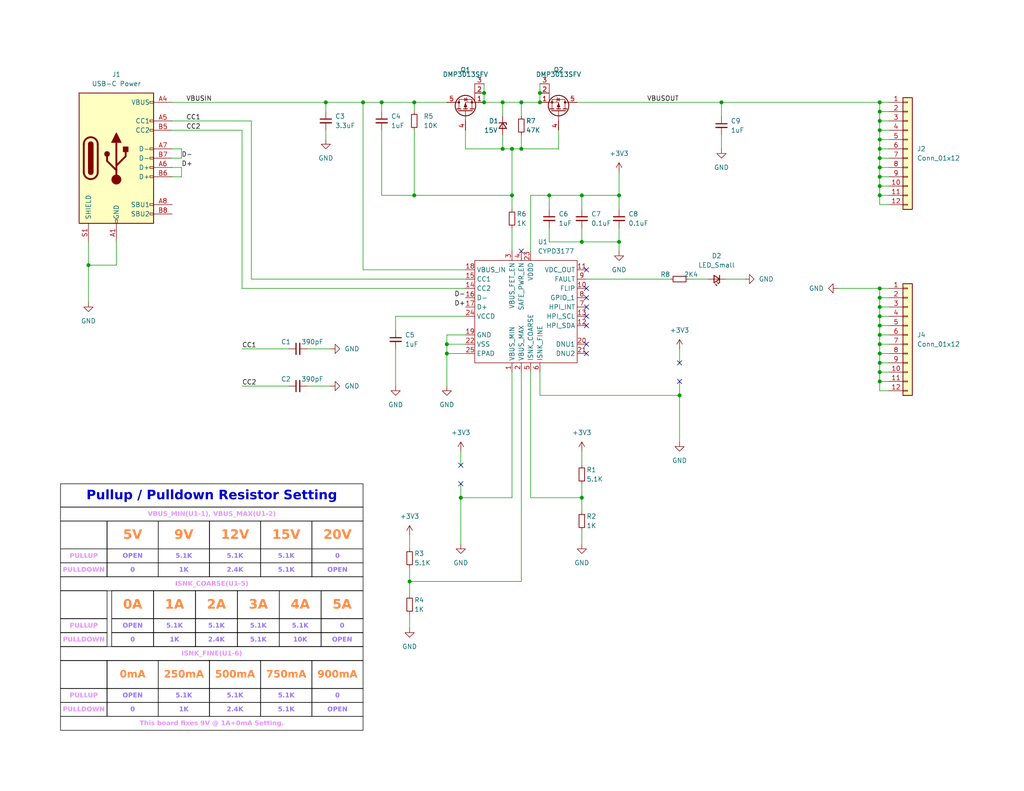
<source format=kicad_sch>
(kicad_sch (version 20230121) (generator eeschema)
  (paper "USLetter")
  (title_block (title "CYPD3177-24LQXQ Evaluation Board") (date "2023-09-22") (rev "v1.7") (company "Hugo Hu") (comment 1 "Other voltage/current options available by changing resistor values.") (comment 2 "Fixed at 9V and 1A + 0mA."))
  (lib_symbols
    (symbol "Blot:CYPD3177"
      (property "Reference" "U" (at -12.7 15.24 0))
      (property "Value" "CYPD3177" (at 8.89 15.24 0))
      (symbol "CYPD3177_0_1"
        (rectangle (start -13.97 13.97) (end 13.97 -13.97))
      )
      (symbol "CYPD3177_1_1"
        (pin input line (at -3.81 -16.51 90) (length 2.54) (name "VBUS_MIN") (number "1"))
        (pin input line (at 16.51 6.35 180) (length 2.54) (name "FLIP") (number "10"))
        (pin input line (at 16.51 11.43 180) (length 2.54) (name "VDC_OUT") (number "11"))
        (pin input line (at 16.51 -3.81 180) (length 2.54) (name "HPI_SDA") (number "12"))
        (pin input line (at 16.51 -1.27 180) (length 2.54) (name "HPI_SCL") (number "13"))
        (pin input line (at -16.51 6.35 0) (length 2.54) (name "CC2") (number "14"))
        (pin input line (at -16.51 8.89 0) (length 2.54) (name "CC1") (number "15"))
        (pin input line (at -16.51 3.81 0) (length 2.54) (name "D-") (number "16"))
        (pin input line (at -16.51 1.27 0) (length 2.54) (name "D+") (number "17"))
        (pin input line (at -16.51 11.43 0) (length 2.54) (name "VBUS_IN") (number "18"))
        (pin input line (at -16.51 -6.35 0) (length 2.54) (name "GND") (number "19"))
        (pin input line (at -1.27 -16.51 90) (length 2.54) (name "VBUS_MAX") (number "2"))
        (pin input line (at 16.51 -8.89 180) (length 2.54) (name "DNU1") (number "20"))
        (pin input line (at 16.51 -11.43 180) (length 2.54) (name "DNU2") (number "21"))
        (pin input line (at -16.51 -8.89 0) (length 2.54) (name "VSS") (number "22"))
        (pin input line (at 1.27 16.51 270) (length 2.54) (name "VDDD") (number "23"))
        (pin input line (at -16.51 -1.27 0) (length 2.54) (name "VCCD") (number "24"))
        (pin input line (at -16.51 -11.43 0) (length 2.54) (name "EPAD") (number "25"))
        (pin input line (at -3.81 16.51 270) (length 2.54) (name "VBUS_FET_EN") (number "3"))
        (pin input line (at -1.27 16.51 270) (length 2.54) (name "SAFE_PWR_EN") (number "4"))
        (pin input line (at 1.27 -16.51 90) (length 2.54) (name "ISNK_COARSE") (number "5"))
        (pin input line (at 3.81 -16.51 90) (length 2.54) (name "ISNK_FINE") (number "6"))
        (pin input line (at 16.51 1.27 180) (length 2.54) (name "HPI_INT") (number "7"))
        (pin input line (at 16.51 3.81 180) (length 2.54) (name "GPIO_1") (number "8"))
        (pin input line (at 16.51 8.89 180) (length 2.54) (name "FAULT") (number "9"))
      )
    )
    (symbol "Connector:USB_C_Receptacle_USB2.0" (pin_names (offset 1.016))
      (property "Reference" "J" (at -10.16 19.05 0))
      (property "Value" "USB_C_Receptacle_USB2.0" (at 19.05 19.05 0))
      (symbol "USB_C_Receptacle_USB2.0_0_0"
        (rectangle (start -0.254 -17.78) (end 0.254 -16.764))
        (rectangle (start 10.16 -14.986) (end 9.144 -15.494))
        (rectangle (start 10.16 -12.446) (end 9.144 -12.954))
        (rectangle (start 10.16 -4.826) (end 9.144 -5.334))
        (rectangle (start 10.16 -2.286) (end 9.144 -2.794))
        (rectangle (start 10.16 0.254) (end 9.144 -0.254))
        (rectangle (start 10.16 2.794) (end 9.144 2.286))
        (rectangle (start 10.16 7.874) (end 9.144 7.366))
        (rectangle (start 10.16 10.414) (end 9.144 9.906))
        (rectangle (start 10.16 15.494) (end 9.144 14.986))
      )
      (symbol "USB_C_Receptacle_USB2.0_0_1"
        (rectangle (start -10.16 17.78) (end 10.16 -17.78) (stroke (width 0.254)) (fill (type background)))
        (arc (start -8.89 -3.81) (mid -6.985 -5.7067) (end -5.08 -3.81) (stroke (width 0.508)))
        (arc (start -7.62 -3.81) (mid -6.985 -4.4423) (end -6.35 -3.81) (stroke (width 0.254)))
        (arc (start -7.62 -3.81) (mid -6.985 -4.4423) (end -6.35 -3.81) (stroke (width 0.254)) (fill (type outline)))
        (rectangle (start -7.62 -3.81) (end -6.35 3.81) (stroke (width 0.254)) (fill (type outline)))
        (arc (start -6.35 3.81) (mid -6.985 4.4423) (end -7.62 3.81) (stroke (width 0.254)))
        (arc (start -6.35 3.81) (mid -6.985 4.4423) (end -7.62 3.81) (stroke (width 0.254)) (fill (type outline)))
        (arc (start -5.08 3.81) (mid -6.985 5.7067) (end -8.89 3.81) (stroke (width 0.508)))
        (circle (center -2.54 1.143) (radius 0.635) (stroke (width 0.254)) (fill (type outline)))
        (circle (center 0 -5.842) (radius 1.27) (fill (type outline)))
        (polyline (pts (xy -8.89 -3.81) (xy -8.89 3.81)) (stroke (width 0.508)))
        (polyline (pts (xy -5.08 3.81) (xy -5.08 -3.81)) (stroke (width 0.508)))
        (polyline (pts (xy 0 -5.842) (xy 0 4.318)) (stroke (width 0.508)))
        (polyline (pts (xy 0 -3.302) (xy -2.54 -0.762) (xy -2.54 0.508)) (stroke (width 0.508)))
        (polyline (pts (xy 0 -2.032) (xy 2.54 0.508) (xy 2.54 1.778)) (stroke (width 0.508)))
        (polyline (pts (xy -1.27 4.318) (xy 0 6.858) (xy 1.27 4.318) (xy -1.27 4.318)) (stroke (width 0.254)) (fill (type outline)))
        (rectangle (start 1.905 1.778) (end 3.175 3.048) (stroke (width 0.254)) (fill (type outline)))
      )
      (symbol "USB_C_Receptacle_USB2.0_1_1"
        (pin passive line (at 0 -22.86 90) (length 5.08) (name "GND") (number "A1"))
        (pin passive line (at 0 -22.86 90) (length 5.08) hide (name "GND") (number "A12"))
        (pin passive line (at 15.24 15.24 180) (length 5.08) (name "VBUS") (number "A4"))
        (pin bidirectional line (at 15.24 10.16 180) (length 5.08) (name "CC1") (number "A5"))
        (pin bidirectional line (at 15.24 -2.54 180) (length 5.08) (name "D+") (number "A6"))
        (pin bidirectional line (at 15.24 2.54 180) (length 5.08) (name "D-") (number "A7"))
        (pin bidirectional line (at 15.24 -12.7 180) (length 5.08) (name "SBU1") (number "A8"))
        (pin passive line (at 15.24 15.24 180) (length 5.08) hide (name "VBUS") (number "A9"))
        (pin passive line (at 0 -22.86 90) (length 5.08) hide (name "GND") (number "B1"))
        (pin passive line (at 0 -22.86 90) (length 5.08) hide (name "GND") (number "B12"))
        (pin passive line (at 15.24 15.24 180) (length 5.08) hide (name "VBUS") (number "B4"))
        (pin bidirectional line (at 15.24 7.62 180) (length 5.08) (name "CC2") (number "B5"))
        (pin bidirectional line (at 15.24 -5.08 180) (length 5.08) (name "D+") (number "B6"))
        (pin bidirectional line (at 15.24 0 180) (length 5.08) (name "D-") (number "B7"))
        (pin bidirectional line (at 15.24 -15.24 180) (length 5.08) (name "SBU2") (number "B8"))
        (pin passive line (at 15.24 15.24 180) (length 5.08) hide (name "VBUS") (number "B9"))
        (pin passive line (at -7.62 -22.86 90) (length 5.08) (name "SHIELD") (number "S1"))
      )
    )
    (symbol "Connector_Generic:Conn_01x12" (pin_names (offset 1.016) hide)
      (property "Reference" "J" (at 0 15.24 0))
      (property "Value" "Conn_01x12" (at 0 -17.78 0))
      (symbol "Conn_01x12_1_1"
        (rectangle (start -1.27 -15.113) (end 0 -15.367) (stroke (width 0.1524)))
        (rectangle (start -1.27 -12.573) (end 0 -12.827) (stroke (width 0.1524)))
        (rectangle (start -1.27 -10.033) (end 0 -10.287) (stroke (width 0.1524)))
        (rectangle (start -1.27 -7.493) (end 0 -7.747) (stroke (width 0.1524)))
        (rectangle (start -1.27 -4.953) (end 0 -5.207) (stroke (width 0.1524)))
        (rectangle (start -1.27 -2.413) (end 0 -2.667) (stroke (width 0.1524)))
        (rectangle (start -1.27 0.127) (end 0 -0.127) (stroke (width 0.1524)))
        (rectangle (start -1.27 2.667) (end 0 2.413) (stroke (width 0.1524)))
        (rectangle (start -1.27 5.207) (end 0 4.953) (stroke (width 0.1524)))
        (rectangle (start -1.27 7.747) (end 0 7.493) (stroke (width 0.1524)))
        (rectangle (start -1.27 10.287) (end 0 10.033) (stroke (width 0.1524)))
        (rectangle (start -1.27 12.827) (end 0 12.573) (stroke (width 0.1524)))
        (rectangle (start -1.27 13.97) (end 1.27 -16.51) (stroke (width 0.254)) (fill (type background)))
        (pin passive line (at -5.08 12.7 0) (length 3.81) (name "Pin_1") (number "1"))
        (pin passive line (at -5.08 -10.16 0) (length 3.81) (name "Pin_10") (number "10"))
        (pin passive line (at -5.08 -12.7 0) (length 3.81) (name "Pin_11") (number "11"))
        (pin passive line (at -5.08 -15.24 0) (length 3.81) (name "Pin_12") (number "12"))
        (pin passive line (at -5.08 10.16 0) (length 3.81) (name "Pin_2") (number "2"))
        (pin passive line (at -5.08 7.62 0) (length 3.81) (name "Pin_3") (number "3"))
        (pin passive line (at -5.08 5.08 0) (length 3.81) (name "Pin_4") (number "4"))
        (pin passive line (at -5.08 2.54 0) (length 3.81) (name "Pin_5") (number "5"))
        (pin passive line (at -5.08 0 0) (length 3.81) (name "Pin_6") (number "6"))
        (pin passive line (at -5.08 -2.54 0) (length 3.81) (name "Pin_7") (number "7"))
        (pin passive line (at -5.08 -5.08 0) (length 3.81) (name "Pin_8") (number "8"))
        (pin passive line (at -5.08 -7.62 0) (length 3.81) (name "Pin_9") (number "9"))
      )
    )
    (symbol "Device:C_Small" (pin_numbers hide) (pin_names (offset 0.254) hide)
      (property "Reference" "C" (at 0.254 1.778 0))
      (property "Value" "C_Small" (at 0.254 -2.032 0))
      (symbol "C_Small_0_1"
        (polyline (pts (xy -1.524 -0.508) (xy 1.524 -0.508)) (stroke (width 0.3302)))
        (polyline (pts (xy -1.524 0.508) (xy 1.524 0.508)) (stroke (width 0.3048)))
      )
      (symbol "C_Small_1_1"
        (pin passive line (at 0 2.54 270) (length 2.032) (name "~") (number "1"))
        (pin passive line (at 0 -2.54 90) (length 2.032) (name "~") (number "2"))
      )
    )
    (symbol "Device:D_Zener_Small" (pin_numbers hide) (pin_names (offset 0.254) hide)
      (property "Reference" "D" (at 0 2.286 0))
      (property "Value" "D_Zener_Small" (at 0 -2.286 0))
      (symbol "D_Zener_Small_0_1"
        (polyline (pts (xy 0.762 0) (xy -0.762 0)))
        (polyline (pts (xy -0.254 1.016) (xy -0.762 1.016) (xy -0.762 -1.016)) (stroke (width 0.254)))
        (polyline (pts (xy 0.762 1.016) (xy -0.762 0) (xy 0.762 -1.016) (xy 0.762 1.016)) (stroke (width 0.254)))
      )
      (symbol "D_Zener_Small_1_1"
        (pin passive line (at -2.54 0 0) (length 1.778) (name "K") (number "1"))
        (pin passive line (at 2.54 0 180) (length 1.778) (name "A") (number "2"))
      )
    )
    (symbol "Device:LED_Small" (pin_numbers hide) (pin_names (offset 0.254) hide)
      (property "Reference" "D" (at -1.27 3.175 0))
      (property "Value" "LED_Small" (at -4.445 -2.54 0))
      (symbol "LED_Small_0_1"
        (polyline (pts (xy -0.762 -1.016) (xy -0.762 1.016)) (stroke (width 0.254)))
        (polyline (pts (xy 1.016 0) (xy -0.762 0)))
        (polyline (pts (xy 0.762 -1.016) (xy -0.762 0) (xy 0.762 1.016) (xy 0.762 -1.016)) (stroke (width 0.254)))
        (polyline (pts (xy 0 0.762) (xy -0.508 1.27) (xy -0.254 1.27) (xy -0.508 1.27) (xy -0.508 1.016)))
        (polyline (pts (xy 0.508 1.27) (xy 0 1.778) (xy 0.254 1.778) (xy 0 1.778) (xy 0 1.524)))
      )
      (symbol "LED_Small_1_1"
        (pin passive line (at -2.54 0 0) (length 1.778) (name "K") (number "1"))
        (pin passive line (at 2.54 0 180) (length 1.778) (name "A") (number "2"))
      )
    )
    (symbol "Device:R_Small" (pin_numbers hide) (pin_names (offset 0.254) hide)
      (property "Reference" "R" (at 0.762 0.508 0))
      (property "Value" "R_Small" (at 0.762 -1.016 0))
      (symbol "R_Small_0_1"
        (rectangle (start -0.762 1.778) (end 0.762 -1.778) (stroke (width 0.2032)))
      )
      (symbol "R_Small_1_1"
        (pin passive line (at 0 2.54 270) (length 0.762) (name "~") (number "1"))
        (pin passive line (at 0 -2.54 90) (length 0.762) (name "~") (number "2"))
      )
    )
    (symbol "Transistor_FET:DMP3013SFV" (pin_names hide)
      (property "Reference" "Q" (at 5.08 1.905 0))
      (property "Value" "DMP3013SFV" (at 5.08 0 0))
      (symbol "DMP3013SFV_0_1"
        (polyline (pts (xy 0.254 0) (xy -2.54 0)))
        (polyline (pts (xy 0.254 1.905) (xy 0.254 -1.905)) (stroke (width 0.254)))
        (polyline (pts (xy 0.762 -1.27) (xy 0.762 -2.286)) (stroke (width 0.254)))
        (polyline (pts (xy 0.762 0.508) (xy 0.762 -0.508)) (stroke (width 0.254)))
        (polyline (pts (xy 0.762 2.286) (xy 0.762 1.27)) (stroke (width 0.254)))
        (polyline (pts (xy 2.54 2.54) (xy 2.54 1.778)))
        (polyline (pts (xy 7.62 -2.54) (xy 2.54 -2.54)))
        (polyline (pts (xy 2.54 -2.54) (xy 2.54 0) (xy 0.762 0)))
        (polyline (pts (xy 0.762 1.778) (xy 3.302 1.778) (xy 3.302 -1.778) (xy 0.762 -1.778)))
        (polyline (pts (xy 2.286 0) (xy 1.27 0.381) (xy 1.27 -0.381) (xy 2.286 0)) (fill (type outline)))
        (polyline (pts (xy 2.794 -0.508) (xy 2.921 -0.381) (xy 3.683 -0.381) (xy 3.81 -0.254)))
        (polyline (pts (xy 3.302 -0.381) (xy 2.921 0.254) (xy 3.683 0.254) (xy 3.302 -0.381)))
        (circle (center 1.651 0) (radius 2.794) (stroke (width 0.254)))
        (circle (center 2.54 -1.778) (radius 0.254) (fill (type outline)))
        (circle (center 2.54 1.778) (radius 0.254) (fill (type outline)))
      )
      (symbol "DMP3013SFV_1_1"
        (pin passive line (at 2.54 -5.08 90) (length 2.54) (name "S") (number "1"))
        (pin input line (at 5.08 -5.08 90) (length 2.54) (name "2") (number "2"))
        (pin passive line (at 2.54 -5.08 90) (length 2.54) hide (name "S") (number "2"))
        (pin input line (at 7.62 -5.08 90) (length 2.54) (name "3") (number "3"))
        (pin passive line (at 2.54 -5.08 90) (length 2.54) hide (name "S") (number "3"))
        (pin passive line (at -5.08 0 0) (length 2.54) (name "G") (number "4"))
        (pin passive line (at 2.54 5.08 270) (length 2.54) (name "D") (number "5"))
      )
    )
    (symbol "power:+3V3" (power) (pin_names (offset 0))
      (property "Value" "+3V3" (at 0 3.556 0))
      (symbol "+3V3_0_1"
        (polyline (pts (xy -0.762 1.27) (xy 0 2.54)))
        (polyline (pts (xy 0 0) (xy 0 2.54)))
        (polyline (pts (xy 0 2.54) (xy 0.762 1.27)))
      )
      (symbol "+3V3_1_1"
        (pin power_in line (at 0 0 90) (length 0) hide (name "+3V3") (number "1"))
      )
    )
    (symbol "power:GND" (power) (pin_names (offset 0))
      (property "Value" "GND" (at 0 -3.81 0))
      (symbol "GND_0_1"
        (polyline (pts (xy 0 0) (xy 0 -1.27) (xy 1.27 -1.27) (xy 0 -2.54) (xy -1.27 -1.27) (xy 0 -1.27)))
      )
      (symbol "GND_1_1"
        (pin power_in line (at 0 0 270) (length 0) hide (name "GND") (number "1"))
      )
    )
  )
  (junction (at 168.91 66.04))
  (junction (at 139.7 40.64))
  (junction (at 240.03 83.82))
  (junction (at 240.03 104.14))
  (junction (at 240.03 86.36))
  (junction (at 142.24 27.94))
  (junction (at 240.03 99.06))
  (junction (at 158.75 135.89))
  (junction (at 158.75 53.34))
  (junction (at 185.42 107.95))
  (junction (at 147.32 25.4))
  (junction (at 240.03 81.28))
  (junction (at 139.7 53.34))
  (junction (at 137.16 27.94))
  (junction (at 240.03 88.9))
  (junction (at 240.03 78.74))
  (junction (at 149.86 53.34))
  (junction (at 158.75 66.04))
  (junction (at 132.08 27.94))
  (junction (at 168.91 53.34))
  (junction (at 240.03 53.34))
  (junction (at 113.03 53.34))
  (junction (at 240.03 50.8))
  (junction (at 240.03 38.1))
  (junction (at 99.06 27.94))
  (junction (at 240.03 48.26))
  (junction (at 113.03 27.94))
  (junction (at 111.76 158.75))
  (junction (at 142.24 40.64))
  (junction (at 125.73 135.89))
  (junction (at 240.03 43.18))
  (junction (at 147.32 27.94))
  (junction (at 132.08 25.4))
  (junction (at 121.92 96.52))
  (junction (at 240.03 30.48))
  (junction (at 240.03 93.98))
  (junction (at 240.03 27.94))
  (junction (at 240.03 101.6))
  (junction (at 104.14 27.94))
  (junction (at 88.9 27.94))
  (junction (at 24.13 72.39))
  (junction (at 240.03 33.02))
  (junction (at 121.92 93.98))
  (junction (at 240.03 91.44))
  (junction (at 240.03 35.56))
  (junction (at 196.85 27.94))
  (junction (at 240.03 45.72))
  (junction (at 137.16 40.64))
  (junction (at 240.03 96.52))
  (junction (at 240.03 40.64))
  (no_connect (at 160.02 96.52))
  (no_connect (at 125.73 127))
  (no_connect (at 160.02 86.36))
  (no_connect (at 185.42 104.14))
  (no_connect (at 160.02 81.28))
  (no_connect (at 160.02 73.66))
  (no_connect (at 185.42 99.06))
  (no_connect (at 125.73 132.08))
  (no_connect (at 160.02 78.74))
  (no_connect (at 160.02 88.9))
  (no_connect (at 160.02 83.82))
  (no_connect (at 160.02 93.98))
  (no_connect (at 142.24 68.58))
  (wire (pts (xy 242.57 93.98) (xy 240.03 93.98)))
  (wire (pts (xy 107.95 86.36) (xy 107.95 90.17)))
  (wire (pts (xy 242.57 35.56) (xy 240.03 35.56)))
  (wire (pts (xy 139.7 40.64) (xy 139.7 53.34)))
  (wire (pts (xy 139.7 62.23) (xy 139.7 68.58)))
  (wire (pts (xy 158.75 123.19) (xy 158.75 127)))
  (wire (pts (xy 242.57 33.02) (xy 240.03 33.02)))
  (wire (pts (xy 240.03 43.18) (xy 242.57 43.18)))
  (wire (pts (xy 125.73 135.89) (xy 139.7 135.89)))
  (wire (pts (xy 160.02 76.2) (xy 182.88 76.2)))
  (wire (pts (xy 66.04 78.74) (xy 127 78.74)))
  (wire (pts (xy 240.03 86.36) (xy 240.03 83.82)))
  (wire (pts (xy 242.57 53.34) (xy 240.03 53.34)))
  (wire (pts (xy 113.03 35.56) (xy 113.03 53.34)))
  (wire (pts (xy 158.75 132.08) (xy 158.75 135.89)))
  (wire (pts (xy 240.03 53.34) (xy 240.03 50.8)))
  (wire (pts (xy 66.04 105.41) (xy 78.74 105.41)))
  (wire (pts (xy 168.91 66.04) (xy 168.91 68.58)))
  (wire (pts (xy 142.24 36.83) (xy 142.24 40.64)))
  (wire (pts (xy 127 40.64) (xy 137.16 40.64)))
  (wire (pts (xy 240.03 91.44) (xy 240.03 88.9)))
  (wire (pts (xy 240.03 104.14) (xy 240.03 101.6)))
  (wire (pts (xy 242.57 106.68) (xy 240.03 106.68)))
  (wire (pts (xy 158.75 62.23) (xy 158.75 66.04)))
  (wire (pts (xy 149.86 53.34) (xy 149.86 57.15)))
  (wire (pts (xy 49.53 43.18) (xy 46.99 43.18)))
  (wire (pts (xy 168.91 62.23) (xy 168.91 66.04)))
  (wire (pts (xy 147.32 25.4) (xy 147.32 27.94)))
  (wire (pts (xy 127 86.36) (xy 107.95 86.36)))
  (wire (pts (xy 88.9 27.94) (xy 99.06 27.94)))
  (wire (pts (xy 144.78 101.6) (xy 144.78 135.89)))
  (wire (pts (xy 104.14 27.94) (xy 113.03 27.94)))
  (wire (pts (xy 242.57 30.48) (xy 240.03 30.48)))
  (wire (pts (xy 121.92 91.44) (xy 121.92 93.98)))
  (wire (pts (xy 46.99 27.94) (xy 88.9 27.94)))
  (wire (pts (xy 240.03 45.72) (xy 240.03 48.26)))
  (wire (pts (xy 147.32 107.95) (xy 185.42 107.95)))
  (wire (pts (xy 137.16 27.94) (xy 137.16 31.75)))
  (wire (pts (xy 31.75 72.39) (xy 24.13 72.39)))
  (wire (pts (xy 149.86 66.04) (xy 158.75 66.04)))
  (wire (pts (xy 149.86 53.34) (xy 158.75 53.34)))
  (wire (pts (xy 121.92 96.52) (xy 121.92 105.41)))
  (wire (pts (xy 240.03 50.8) (xy 240.03 48.26)))
  (wire (pts (xy 228.6 78.74) (xy 240.03 78.74)))
  (wire (pts (xy 242.57 40.64) (xy 240.03 40.64)))
  (wire (pts (xy 147.32 101.6) (xy 147.32 107.95)))
  (wire (pts (xy 83.82 105.41) (xy 90.17 105.41)))
  (wire (pts (xy 125.73 135.89) (xy 125.73 148.59)))
  (wire (pts (xy 242.57 83.82) (xy 240.03 83.82)))
  (wire (pts (xy 125.73 132.08) (xy 125.73 135.89)))
  (wire (pts (xy 139.7 101.6) (xy 139.7 135.89)))
  (wire (pts (xy 158.75 66.04) (xy 168.91 66.04)))
  (wire (pts (xy 240.03 106.68) (xy 240.03 104.14)))
  (wire (pts (xy 111.76 154.94) (xy 111.76 158.75)))
  (wire (pts (xy 142.24 27.94) (xy 137.16 27.94)))
  (wire (pts (xy 104.14 53.34) (xy 113.03 53.34)))
  (wire (pts (xy 88.9 35.56) (xy 88.9 38.1)))
  (wire (pts (xy 132.08 22.86) (xy 132.08 25.4)))
  (wire (pts (xy 49.53 45.72) (xy 49.53 48.26)))
  (wire (pts (xy 240.03 88.9) (xy 242.57 88.9)))
  (wire (pts (xy 46.99 45.72) (xy 49.53 45.72)))
  (wire (pts (xy 68.58 76.2) (xy 68.58 33.02)))
  (wire (pts (xy 111.76 146.05) (xy 111.76 149.86)))
  (wire (pts (xy 240.03 38.1) (xy 240.03 35.56)))
  (wire (pts (xy 185.42 104.14) (xy 185.42 107.95)))
  (wire (pts (xy 111.76 158.75) (xy 111.76 162.56)))
  (wire (pts (xy 158.75 53.34) (xy 158.75 57.15)))
  (wire (pts (xy 144.78 53.34) (xy 149.86 53.34)))
  (wire (pts (xy 83.82 95.25) (xy 90.17 95.25)))
  (wire (pts (xy 240.03 40.64) (xy 240.03 43.18)))
  (wire (pts (xy 127 91.44) (xy 121.92 91.44)))
  (wire (pts (xy 137.16 36.83) (xy 137.16 40.64)))
  (wire (pts (xy 187.96 76.2) (xy 193.04 76.2)))
  (wire (pts (xy 121.92 96.52) (xy 127 96.52)))
  (wire (pts (xy 132.08 27.94) (xy 137.16 27.94)))
  (wire (pts (xy 196.85 36.83) (xy 196.85 40.64)))
  (wire (pts (xy 240.03 96.52) (xy 240.03 93.98)))
  (wire (pts (xy 240.03 40.64) (xy 240.03 38.1)))
  (wire (pts (xy 152.4 40.64) (xy 152.4 35.56)))
  (wire (pts (xy 168.91 46.99) (xy 168.91 53.34)))
  (wire (pts (xy 121.92 93.98) (xy 121.92 96.52)))
  (wire (pts (xy 240.03 99.06) (xy 242.57 99.06)))
  (wire (pts (xy 185.42 95.25) (xy 185.42 99.06)))
  (wire (pts (xy 66.04 35.56) (xy 66.04 78.74)))
  (wire (pts (xy 158.75 144.78) (xy 158.75 148.59)))
  (wire (pts (xy 142.24 27.94) (xy 147.32 27.94)))
  (wire (pts (xy 240.03 35.56) (xy 240.03 33.02)))
  (wire (pts (xy 46.99 35.56) (xy 66.04 35.56)))
  (wire (pts (xy 142.24 40.64) (xy 152.4 40.64)))
  (wire (pts (xy 240.03 83.82) (xy 240.03 81.28)))
  (wire (pts (xy 113.03 27.94) (xy 113.03 30.48)))
  (wire (pts (xy 113.03 27.94) (xy 121.92 27.94)))
  (wire (pts (xy 242.57 101.6) (xy 240.03 101.6)))
  (wire (pts (xy 185.42 107.95) (xy 185.42 120.65)))
  (wire (pts (xy 242.57 50.8) (xy 240.03 50.8)))
  (wire (pts (xy 240.03 96.52) (xy 240.03 99.06)))
  (wire (pts (xy 240.03 93.98) (xy 240.03 91.44)))
  (wire (pts (xy 158.75 53.34) (xy 168.91 53.34)))
  (wire (pts (xy 144.78 135.89) (xy 158.75 135.89)))
  (wire (pts (xy 99.06 27.94) (xy 104.14 27.94)))
  (wire (pts (xy 121.92 93.98) (xy 127 93.98)))
  (wire (pts (xy 24.13 72.39) (xy 24.13 66.04)))
  (wire (pts (xy 242.57 104.14) (xy 240.03 104.14)))
  (wire (pts (xy 127 76.2) (xy 68.58 76.2)))
  (wire (pts (xy 149.86 62.23) (xy 149.86 66.04)))
  (wire (pts (xy 142.24 31.75) (xy 142.24 27.94)))
  (wire (pts (xy 99.06 73.66) (xy 99.06 27.94)))
  (wire (pts (xy 113.03 53.34) (xy 139.7 53.34)))
  (wire (pts (xy 196.85 27.94) (xy 196.85 31.75)))
  (wire (pts (xy 157.48 27.94) (xy 196.85 27.94)))
  (wire (pts (xy 242.57 38.1) (xy 240.03 38.1)))
  (wire (pts (xy 144.78 68.58) (xy 144.78 53.34)))
  (wire (pts (xy 240.03 86.36) (xy 240.03 88.9)))
  (wire (pts (xy 49.53 48.26) (xy 46.99 48.26)))
  (wire (pts (xy 127 35.56) (xy 127 40.64)))
  (wire (pts (xy 132.08 25.4) (xy 132.08 27.94)))
  (wire (pts (xy 242.57 86.36) (xy 240.03 86.36)))
  (wire (pts (xy 240.03 27.94) (xy 242.57 27.94)))
  (wire (pts (xy 49.53 40.64) (xy 49.53 43.18)))
  (wire (pts (xy 107.95 95.25) (xy 107.95 105.41)))
  (wire (pts (xy 240.03 101.6) (xy 240.03 99.06)))
  (wire (pts (xy 240.03 33.02) (xy 240.03 30.48)))
  (wire (pts (xy 139.7 53.34) (xy 139.7 57.15)))
  (wire (pts (xy 125.73 123.19) (xy 125.73 127)))
  (wire (pts (xy 66.04 95.25) (xy 78.74 95.25)))
  (wire (pts (xy 111.76 158.75) (xy 142.24 158.75)))
  (wire (pts (xy 242.57 81.28) (xy 240.03 81.28)))
  (wire (pts (xy 240.03 78.74) (xy 242.57 78.74)))
  (wire (pts (xy 198.12 76.2) (xy 203.2 76.2)))
  (wire (pts (xy 139.7 40.64) (xy 142.24 40.64)))
  (wire (pts (xy 88.9 27.94) (xy 88.9 30.48)))
  (wire (pts (xy 137.16 40.64) (xy 139.7 40.64)))
  (wire (pts (xy 242.57 96.52) (xy 240.03 96.52)))
  (wire (pts (xy 68.58 33.02) (xy 46.99 33.02)))
  (wire (pts (xy 46.99 40.64) (xy 49.53 40.64)))
  (wire (pts (xy 240.03 45.72) (xy 240.03 43.18)))
  (wire (pts (xy 242.57 91.44) (xy 240.03 91.44)))
  (wire (pts (xy 104.14 27.94) (xy 104.14 30.48)))
  (wire (pts (xy 240.03 48.26) (xy 242.57 48.26)))
  (wire (pts (xy 240.03 30.48) (xy 240.03 27.94)))
  (wire (pts (xy 31.75 66.04) (xy 31.75 72.39)))
  (wire (pts (xy 242.57 55.88) (xy 240.03 55.88)))
  (wire (pts (xy 127 73.66) (xy 99.06 73.66)))
  (wire (pts (xy 240.03 27.94) (xy 196.85 27.94)))
  (wire (pts (xy 168.91 53.34) (xy 168.91 57.15)))
  (wire (pts (xy 111.76 167.64) (xy 111.76 171.45)))
  (wire (pts (xy 147.32 22.86) (xy 147.32 25.4)))
  (wire (pts (xy 240.03 81.28) (xy 240.03 78.74)))
  (wire (pts (xy 240.03 55.88) (xy 240.03 53.34)))
  (wire (pts (xy 158.75 135.89) (xy 158.75 139.7)))
  (wire (pts (xy 242.57 45.72) (xy 240.03 45.72)))
  (wire (pts (xy 104.14 35.56) (xy 104.14 53.34)))
  (wire (pts (xy 24.13 72.39) (xy 24.13 82.55)))
  (wire (pts (xy 142.24 101.6) (xy 142.24 158.75)))
  (text_box "20V" (at 85.09 142.24 0) (size 13.97 7.62) (stroke (width 0) (color 0 0 0 1)) (effects (font (size 2.54 2.54) (thickness 0.508) bold)))
  (text_box "5.1K" (at 43.18 187.96 0) (size 13.97 3.81) (stroke (width 0) (color 0 0 0 1)) (effects (font (size 1.27 1.27) (thickness 0.508) bold)))
  (text_box "ISNK_COARSE(U1-5)\n" (at 16.51 157.48 0) (size 82.55 3.81) (stroke (width 0) (color 0 0 0 1)) (effects (font (size 1.27 1.27) (thickness 0.508) bold)))
  (text_box "2.4K" (at 57.15 153.67 0) (size 13.97 3.81) (stroke (width 0) (color 0 0 0 1)) (effects (font (size 1.27 1.27) (thickness 0.508) bold)))
  (text_box "5.1K" (at 76.2 168.91 0) (size 11.43 3.81) (stroke (width 0) (color 0 0 0 1)) (effects (font (size 1.27 1.27) (thickness 0.508) bold)))
  (text_box "1K" (at 43.18 153.67 0) (size 13.97 3.81) (stroke (width 0) (color 0 0 0 1)) (effects (font (size 1.27 1.27) (thickness 0.508) bold)))
  (text_box "0mA" (at 29.21 180.34 0) (size 13.97 7.62) (stroke (width 0) (color 0 0 0 1)) (effects (font (size 2 2) (thickness 0.508) bold)))
  (text_box "VBUS_MIN(U1-1), VBUS_MAX(U1-2)" (at 16.51 138.43 0) (size 82.55 3.81) (stroke (width 0) (color 0 0 0 1)) (effects (font (size 1.27 1.27) (thickness 0.508) bold)))
  (text_box "5V" (at 29.21 142.24 0) (size 13.97 7.62) (stroke (width 0) (color 0 0 0 1)) (effects (font (size 2.54 2.54) (thickness 0.508) bold)))
  (text_box "5.1K" (at 43.18 149.86 0) (size 13.97 3.81) (stroke (width 0) (color 0 0 0 1)) (effects (font (size 1.27 1.27) (thickness 0.508) bold)))
  (text_box "500mA" (at 57.15 180.34 0) (size 13.97 7.62) (stroke (width 0) (color 0 0 0 1)) (effects (font (size 2 2) (thickness 0.508) bold)))
  (text_box "OPEN" (at 85.09 153.67 0) (size 13.97 3.81) (stroke (width 0) (color 0 0 0 1)) (effects (font (size 1.27 1.27) (thickness 0.508) bold)))
  (text_box "OPEN\n" (at 29.21 149.86 0) (size 13.97 3.81) (stroke (width 0) (color 0 0 0 1)) (effects (font (size 1.27 1.27) (thickness 0.508) bold)))
  (text_box "10K" (at 76.2 172.72 0) (size 11.43 3.81) (stroke (width 0) (color 0 0 0 1)) (effects (font (size 1.27 1.27) (thickness 0.508) bold)))
  (text_box "0" (at 30.48 172.72 0) (size 11.43 3.81) (stroke (width 0) (color 0 0 0 1)) (effects (font (size 1.27 1.27) (thickness 0.508) bold)))
  (text_box "5.1K" (at 71.12 149.86 0) (size 13.97 3.81) (stroke (width 0) (color 0 0 0 1)) (effects (font (size 1.27 1.27) (thickness 0.508) bold)))
  (text_box "" (at 16.51 161.29 0) (size 12.7 7.62) (stroke (width 0) (color 0 0 0 1)) (effects (font (size 2.54 2.54) (thickness 0.508) bold)))
  (text_box "2A" (at 53.34 161.29 0) (size 11.43 7.62) (stroke (width 0) (color 0 0 0 1)) (effects (font (size 2.54 2.54) (thickness 0.508) bold)))
  (text_box "9V\n" (at 43.18 142.24 0) (size 13.97 7.62) (stroke (width 0) (color 0 0 0 1)) (effects (font (size 2.54 2.54) (thickness 0.508) bold)))
  (text_box "15V" (at 71.12 142.24 0) (size 13.97 7.62) (stroke (width 0) (color 0 0 0 1)) (effects (font (size 2.54 2.54) (thickness 0.508) bold)))
  (text_box "This board fixes 9V @ 1A+0mA Setting." (at 16.51 195.58 0) (size 82.55 3.81) (stroke (width 0) (color 0 0 0 1)) (effects (font (size 1.27 1.27) (thickness 0.508) bold)))
  (text_box "2.4K" (at 53.34 172.72 0) (size 11.43 3.81) (stroke (width 0) (color 0 0 0 1)) (effects (font (size 1.27 1.27) (thickness 0.508) bold)))
  (text_box "1K" (at 43.18 191.77 0) (size 13.97 3.81) (stroke (width 0) (color 0 0 0 1)) (effects (font (size 1.27 1.27) (thickness 0.508) bold)))
  (text_box "5.1K" (at 71.12 187.96 0) (size 13.97 3.81) (stroke (width 0) (color 0 0 0 1)) (effects (font (size 1.27 1.27) (thickness 0.508) bold)))
  (text_box "3A" (at 64.77 161.29 0) (size 11.43 7.62) (stroke (width 0) (color 0 0 0 1)) (effects (font (size 2.54 2.54) (thickness 0.508) bold)))
  (text_box "5A" (at 87.63 161.29 0) (size 11.43 7.62) (stroke (width 0) (color 0 0 0 1)) (effects (font (size 2.54 2.54) (thickness 0.508) bold)))
  (text_box "5.1K" (at 71.12 153.67 0) (size 13.97 3.81) (stroke (width 0) (color 0 0 0 1)) (effects (font (size 1.27 1.27) (thickness 0.508) bold)))
  (text_box "0A\n" (at 30.48 161.29 0) (size 11.43 7.62) (stroke (width 0) (color 0 0 0 1)) (effects (font (size 2.54 2.54) (thickness 0.508) bold)))
  (text_box "PULLDOWN" (at 16.51 191.77 0) (size 12.7 3.81) (stroke (width 0) (color 0 0 0 1)) (effects (font (size 1.27 1.27) (thickness 0.508) bold)))
  (text_box "12V" (at 57.15 142.24 0) (size 13.97 7.62) (stroke (width 0) (color 0 0 0 1)) (effects (font (size 2.54 2.54) (thickness 0.508) bold)))
  (text_box "2.4K" (at 57.15 191.77 0) (size 13.97 3.81) (stroke (width 0) (color 0 0 0 1)) (effects (font (size 1.27 1.27) (thickness 0.508) bold)))
  (text_box "250mA" (at 43.18 180.34 0) (size 13.97 7.62) (stroke (width 0) (color 0 0 0 1)) (effects (font (size 2 2) (thickness 0.508) bold)))
  (text_box "PULLUP" (at 16.51 187.96 0) (size 12.7 3.81) (stroke (width 0) (color 0 0 0 1)) (effects (font (size 1.27 1.27) (thickness 0.508) bold)))
  (text_box "PULLUP" (at 16.51 168.91 0) (size 12.7 3.81) (stroke (width 0) (color 0 0 0 1)) (effects (font (size 1.27 1.27) (thickness 0.508) bold)))
  (text_box "900mA" (at 85.09 180.34 0) (size 13.97 7.62) (stroke (width 0) (color 0 0 0 1)) (effects (font (size 2 2) (thickness 0.508) bold)))
  (text_box "1A" (at 41.91 161.29 0) (size 11.43 7.62) (stroke (width 0) (color 0 0 0 1)) (effects (font (size 2.54 2.54) (thickness 0.508) bold)))
  (text_box "0" (at 87.63 168.91 0) (size 11.43 3.81) (stroke (width 0) (color 0 0 0 1)) (effects (font (size 1.27 1.27) (thickness 0.508) bold)))
  (text_box "0" (at 29.21 153.67 0) (size 13.97 3.81) (stroke (width 0) (color 0 0 0 1)) (effects (font (size 1.27 1.27) (thickness 0.508) bold)))
  (text_box "4A" (at 76.2 161.29 0) (size 11.43 7.62) (stroke (width 0) (color 0 0 0 1)) (effects (font (size 2.54 2.54) (thickness 0.508) bold)))
  (text_box "5.1K" (at 57.15 187.96 0) (size 13.97 3.81) (stroke (width 0) (color 0 0 0 1)) (effects (font (size 1.27 1.27) (thickness 0.508) bold)))
  (text_box "5.1K" (at 41.91 168.91 0) (size 11.43 3.81) (stroke (width 0) (color 0 0 0 1)) (effects (font (size 1.27 1.27) (thickness 0.508) bold)))
  (text_box "5.1K" (at 57.15 149.86 0) (size 13.97 3.81) (stroke (width 0) (color 0 0 0 1)) (effects (font (size 1.27 1.27) (thickness 0.508) bold)))
  (text_box "OPEN\n" (at 29.21 187.96 0) (size 13.97 3.81) (stroke (width 0) (color 0 0 0 1)) (effects (font (size 1.27 1.27) (thickness 0.508) bold)))
  (text_box "OPEN\n" (at 87.63 172.72 0) (size 11.43 3.81) (stroke (width 0) (color 0 0 0 1)) (effects (font (size 1.27 1.27) (thickness 0.508) bold)))
  (text_box "" (at 16.51 180.34 0) (size 12.7 7.62) (stroke (width 0) (color 0 0 0 1)) (effects (font (size 2.54 2.54) (thickness 0.508) bold)))
  (text_box "Pullup / Pulldown Resistor Setting" (at 16.51 132.08 0) (size 82.55 6.35) (stroke (width 0) (color 0 0 0 1)) (effects (font (size 2.54 2.54) (thickness 0.508) bold)))
  (text_box "PULLDOWN" (at 16.51 153.67 0) (size 12.7 3.81) (stroke (width 0) (color 0 0 0 1)) (effects (font (size 1.27 1.27) (thickness 0.508) bold)))
  (text_box "750mA" (at 71.12 180.34 0) (size 13.97 7.62) (stroke (width 0) (color 0 0 0 1)) (effects (font (size 2 2) (thickness 0.508) bold)))
  (text_box "5.1K" (at 53.34 168.91 0) (size 11.43 3.81) (stroke (width 0) (color 0 0 0 1)) (effects (font (size 1.27 1.27) (thickness 0.508) bold)))
  (text_box "OPEN" (at 85.09 191.77 0) (size 13.97 3.81) (stroke (width 0) (color 0 0 0 1)) (effects (font (size 1.27 1.27) (thickness 0.508) bold)))
  (text_box "0\n" (at 85.09 149.86 0) (size 13.97 3.81) (stroke (width 0) (color 0 0 0 1)) (effects (font (size 1.27 1.27) (thickness 0.508) bold)))
  (text_box "ISNK_FINE(U1-6)\n" (at 16.51 176.53 0) (size 82.55 3.81) (stroke (width 0) (color 0 0 0 1)) (effects (font (size 1.27 1.27) (thickness 0.508) bold)))
  (text_box "" (at 16.51 142.24 0) (size 12.7 7.62) (stroke (width 0) (color 0 0 0 1)) (effects (font (size 2.54 2.54) (thickness 0.508) bold)))
  (text_box "PULLUP" (at 16.51 149.86 0) (size 12.7 3.81) (stroke (width 0) (color 0 0 0 1)) (effects (font (size 1.27 1.27) (thickness 0.508) bold)))
  (text_box "OPEN\n" (at 30.48 168.91 0) (size 11.43 3.81) (stroke (width 0) (color 0 0 0 1)) (effects (font (size 1.27 1.27) (thickness 0.508) bold)))
  (text_box "5.1K" (at 71.12 191.77 0) (size 13.97 3.81) (stroke (width 0) (color 0 0 0 1)) (effects (font (size 1.27 1.27) (thickness 0.508) bold)))
  (text_box "5.1K" (at 64.77 168.91 0) (size 11.43 3.81) (stroke (width 0) (color 0 0 0 1)) (effects (font (size 1.27 1.27) (thickness 0.508) bold)))
  (text_box "0" (at 29.21 191.77 0) (size 13.97 3.81) (stroke (width 0) (color 0 0 0 1)) (effects (font (size 1.27 1.27) (thickness 0.508) bold)))
  (text_box "PULLDOWN" (at 16.51 172.72 0) (size 12.7 3.81) (stroke (width 0) (color 0 0 0 1)) (effects (font (size 1.27 1.27) (thickness 0.508) bold)))
  (text_box "1K" (at 41.91 172.72 0) (size 11.43 3.81) (stroke (width 0) (color 0 0 0 1)) (effects (font (size 1.27 1.27) (thickness 0.508) bold)))
  (text_box "0\n" (at 85.09 187.96 0) (size 13.97 3.81) (stroke (width 0) (color 0 0 0 1)) (effects (font (size 1.27 1.27) (thickness 0.508) bold)))
  (text_box "5.1K" (at 64.77 172.72 0) (size 11.43 3.81) (stroke (width 0) (color 0 0 0 1)) (effects (font (size 1.27 1.27) (thickness 0.508) bold)))
  (text "" (at 53.34 171.45 0) (effects (font (size 1.27 1.27)) (justify left bottom)))
  (label "VBUSOUT" (at 176.53 27.94 0))
  (label "D-" (at 49.53 43.18 0))
  (label "D+" (at 127 83.82 180))
  (label "CC2" (at 50.8 35.56 0))
  (label "CC1" (at 66.04 95.25 0))
  (label "CC2" (at 66.04 105.41 0))
  (label "D+" (at 49.53 45.72 0))
  (label "VBUSIN" (at 50.8 27.94 0))
  (label "CC1" (at 50.8 33.02 0))
  (label "D-" (at 127 81.28 180))
  (symbol (lib_id "Transistor_FET:DMP3013SFV") (at 152.4 30.48 270) (mirror x) (unit 1)
    (property "Reference" "Q2" (at 152.4 19.05 90))
    (property "Value" "DMP3013SFV" (at 152.4 20.32 90))
    (property "Footprint" "Package_SON:Diodes_PowerDI3333-8" (effects hide))
    (property "Datasheet" "https://www.diodes.com/assets/Datasheets/DMP3013SFV.pdf" (effects hide))
  )
  (symbol (lib_id "power:GND") (at 107.95 105.41 0) (unit 1)
    (property "Reference" "#PWR09" (effects hide))
    (property "Value" "GND" (at 107.95 110.49 0))
  )
  (symbol (lib_id "Device:C_Small") (at 168.91 59.69 0) (unit 1)
    (property "Reference" "C8" (at 171.45 58.4263 0) (effects (justify left)))
    (property "Value" "0.1uF" (at 171.45 60.9663 0) (effects (justify left)))
    (property "Footprint" "Capacitor_SMD:C_0603_1608Metric_Pad1.08x0.95mm_HandSolder" (effects hide))
  )
  (symbol (lib_id "power:GND") (at 158.75 148.59 0) (unit 1)
    (property "Reference" "#PWR021" (effects hide))
    (property "Value" "GND" (at 158.75 153.67 0))
  )
  (symbol (lib_id "power:GND") (at 111.76 171.45 0) (unit 1)
    (property "Reference" "#PWR03" (effects hide))
    (property "Value" "GND" (at 111.76 176.53 0))
  )
  (symbol (lib_id "power:+3V3") (at 158.75 123.19 0) (unit 1)
    (property "Reference" "#PWR020" (effects hide))
    (property "Value" "+3V3" (at 158.75 118.11 0))
  )
  (symbol (lib_id "power:GND") (at 203.2 76.2 90) (unit 1)
    (property "Reference" "#PWR018" (effects hide))
    (property "Value" "GND" (at 207.01 76.2 90) (effects (justify right)))
  )
  (symbol (lib_id "Device:C_Small") (at 81.28 105.41 90) (unit 1)
    (property "Reference" "C2" (at 79.375 103.505 90) (effects (justify left)))
    (property "Value" "390pF" (at 88.265 103.505 90) (effects (justify left)))
    (property "Footprint" "Capacitor_SMD:C_0603_1608Metric_Pad1.08x0.95mm_HandSolder" (effects hide))
  )
  (symbol (lib_id "Device:R_Small") (at 142.24 34.29 0) (unit 1)
    (property "Reference" "R7" (at 143.51 33.02 0) (effects (justify left)))
    (property "Value" "47K" (at 143.51 35.56 0) (effects (justify left)))
    (property "Footprint" "Resistor_SMD:R_0603_1608Metric_Pad0.98x0.95mm_HandSolder" (effects hide))
  )
  (symbol (lib_id "Connector_Generic:Conn_01x12") (at 247.65 40.64 0) (unit 1)
    (property "Reference" "J2" (at 250.19 40.64 0) (effects (justify left)))
    (property "Value" "Conn_01x12" (at 250.19 43.18 0) (effects (justify left)))
    (property "Footprint" "Connector_PinHeader_2.54mm:PinHeader_1x12_P2.54mm_Vertical" (effects hide))
  )
  (symbol (lib_id "Device:C_Small") (at 81.28 95.25 90) (unit 1)
    (property "Reference" "C1" (at 79.375 93.345 90) (effects (justify left)))
    (property "Value" "390pF" (at 88.265 93.345 90) (effects (justify left)))
    (property "Footprint" "Capacitor_SMD:C_0603_1608Metric_Pad1.08x0.95mm_HandSolder" (effects hide))
  )
  (symbol (lib_id "power:GND") (at 196.85 40.64 0) (unit 1)
    (property "Reference" "#PWR017" (effects hide))
    (property "Value" "GND" (at 196.85 45.72 0))
  )
  (symbol (lib_id "Device:R_Small") (at 158.75 142.24 0) (unit 1)
    (property "Reference" "R2" (at 160.02 140.97 0) (effects (justify left)))
    (property "Value" "1K" (at 160.02 143.51 0) (effects (justify left)))
    (property "Footprint" "Resistor_SMD:R_0603_1608Metric_Pad0.98x0.95mm_HandSolder" (effects hide))
  )
  (symbol (lib_id "power:GND") (at 24.13 82.55 0) (unit 1)
    (property "Reference" "#PWR01" (effects hide))
    (property "Value" "GND" (at 24.13 87.63 0))
  )
  (symbol (lib_id "Device:D_Zener_Small") (at 137.16 34.29 270) (unit 1)
    (property "Reference" "D1" (at 133.35 33.02 90) (effects (justify left)))
    (property "Value" "15V" (at 132.08 35.56 90) (effects (justify left)))
    (property "Footprint" "Diode_SMD:D_SOD-323F" (effects hide))
  )
  (symbol (lib_id "power:GND") (at 121.92 105.41 0) (unit 1)
    (property "Reference" "#PWR010" (effects hide))
    (property "Value" "GND" (at 121.92 110.49 0))
  )
  (symbol (lib_id "Transistor_FET:DMP3013SFV") (at 127 30.48 90) (unit 1)
    (property "Reference" "Q1" (at 127 19.05 90))
    (property "Value" "DMP3013SFV" (at 127 20.32 90))
    (property "Footprint" "Package_SON:Diodes_PowerDI3333-8" (effects hide))
    (property "Datasheet" "https://www.diodes.com/assets/Datasheets/DMP3013SFV.pdf" (effects hide))
  )
  (symbol (lib_id "Device:C_Small") (at 149.86 59.69 0) (unit 1)
    (property "Reference" "C6" (at 152.4 58.4263 0) (effects (justify left)))
    (property "Value" "1uF" (at 152.4 60.9663 0) (effects (justify left)))
    (property "Footprint" "Capacitor_SMD:C_0603_1608Metric_Pad1.08x0.95mm_HandSolder" (effects hide))
  )
  (symbol (lib_id "power:GND") (at 90.17 95.25 90) (unit 1)
    (property "Reference" "#PWR07" (effects hide))
    (property "Value" "GND" (at 93.98 95.25 90) (effects (justify right)))
  )
  (symbol (lib_id "Connector:USB_C_Receptacle_USB2.0") (at 31.75 43.18 0) (unit 1)
    (property "Reference" "J1" (at 31.75 20.32 0))
    (property "Value" "USB-C Power" (at 31.75 22.86 0))
    (property "Footprint" "Connector_USB:USB_C_Receptacle_HRO_TYPE-C-31-M-12" (effects hide))
    (property "Datasheet" "https://www.usb.org/sites/default/files/documents/usb_type-c.zip" (effects hide))
  )
  (symbol (lib_id "Device:R_Small") (at 113.03 33.02 0) (unit 1)
    (property "Reference" "R5" (at 115.57 31.75 0) (effects (justify left)))
    (property "Value" "10K" (at 115.57 34.29 0) (effects (justify left)))
    (property "Footprint" "Resistor_SMD:R_0603_1608Metric_Pad0.98x0.95mm_HandSolder" (effects hide))
  )
  (symbol (lib_id "power:GND") (at 185.42 120.65 0) (unit 1)
    (property "Reference" "#PWR016" (effects hide))
    (property "Value" "GND" (at 185.42 125.73 0))
  )
  (symbol (lib_id "Device:C_Small") (at 158.75 59.69 0) (unit 1)
    (property "Reference" "C7" (at 161.29 58.4263 0) (effects (justify left)))
    (property "Value" "0.1uF" (at 161.29 60.9663 0) (effects (justify left)))
    (property "Footprint" "Capacitor_SMD:C_0603_1608Metric_Pad1.08x0.95mm_HandSolder" (effects hide))
  )
  (symbol (lib_id "Device:C_Small") (at 196.85 34.29 0) (unit 1)
    (property "Reference" "C9" (at 199.39 33.0263 0) (effects (justify left)))
    (property "Value" "1uF" (at 199.39 35.5663 0) (effects (justify left)))
    (property "Footprint" "Capacitor_SMD:C_0603_1608Metric_Pad1.08x0.95mm_HandSolder" (effects hide))
  )
  (symbol (lib_id "Device:C_Small") (at 88.9 33.02 0) (unit 1)
    (property "Reference" "C3" (at 91.44 31.7563 0) (effects (justify left)))
    (property "Value" "3.3uF" (at 91.44 34.2963 0) (effects (justify left)))
    (property "Footprint" "Capacitor_SMD:C_0805_2012Metric_Pad1.18x1.45mm_HandSolder" (effects hide))
  )
  (symbol (lib_id "power:+3V3") (at 185.42 95.25 0) (unit 1)
    (property "Reference" "#PWR015" (effects hide))
    (property "Value" "+3V3" (at 185.42 90.17 0))
  )
  (symbol (lib_id "Device:R_Small") (at 111.76 152.4 0) (unit 1)
    (property "Reference" "R3" (at 113.03 151.13 0) (effects (justify left)))
    (property "Value" "5.1K" (at 113.03 153.67 0) (effects (justify left)))
    (property "Footprint" "Resistor_SMD:R_0603_1608Metric_Pad0.98x0.95mm_HandSolder" (effects hide))
  )
  (symbol (lib_id "power:+3V3") (at 168.91 46.99 0) (unit 1)
    (property "Reference" "#PWR013" (effects hide))
    (property "Value" "+3V3" (at 168.91 41.91 0))
  )
  (symbol (lib_id "Device:LED_Small") (at 195.58 76.2 180) (unit 1)
    (property "Reference" "D2" (at 195.5165 69.85 0))
    (property "Value" "LED_Small" (at 195.5165 72.39 0))
    (property "Footprint" "LED_SMD:LED_0805_2012Metric_Pad1.15x1.40mm_HandSolder" (effects hide))
  )
  (symbol (lib_id "Device:R_Small") (at 185.42 76.2 90) (unit 1)
    (property "Reference" "R8" (at 182.88 74.93 90) (effects (justify left)))
    (property "Value" "2K4" (at 190.5 74.93 90) (effects (justify left)))
    (property "Footprint" "Resistor_SMD:R_0603_1608Metric_Pad0.98x0.95mm_HandSolder" (effects hide))
  )
  (symbol (lib_id "power:+3V3") (at 111.76 146.05 0) (unit 1)
    (property "Reference" "#PWR02" (effects hide))
    (property "Value" "+3V3" (at 111.76 140.97 0))
  )
  (symbol (lib_id "Blot:CYPD3177") (at 143.51 85.09 0) (unit 1)
    (property "Reference" "U1" (at 146.7359 66.04 0) (effects (justify left)))
    (property "Value" "CYPD3177" (at 146.7359 68.58 0) (effects (justify left)))
    (property "Footprint" "Package_DFN_QFN:QFN-24-1EP_4x4mm_P0.5mm_EP2.7x2.7mm" (effects hide))
  )
  (symbol (lib_id "Device:R_Small") (at 139.7 59.69 0) (unit 1)
    (property "Reference" "R6" (at 140.97 58.42 0) (effects (justify left)))
    (property "Value" "1K" (at 140.97 60.96 0) (effects (justify left)))
    (property "Footprint" "Resistor_SMD:R_0603_1608Metric_Pad0.98x0.95mm_HandSolder" (effects hide))
  )
  (symbol (lib_id "Device:C_Small") (at 107.95 92.71 0) (unit 1)
    (property "Reference" "C5" (at 110.49 91.4463 0) (effects (justify left)))
    (property "Value" "1uF" (at 110.49 93.9863 0) (effects (justify left)))
    (property "Footprint" "Capacitor_SMD:C_0603_1608Metric_Pad1.08x0.95mm_HandSolder" (effects hide))
  )
  (symbol (lib_id "power:GND") (at 125.73 148.59 0) (unit 1)
    (property "Reference" "#PWR012" (effects hide))
    (property "Value" "GND" (at 125.73 153.67 0))
  )
  (symbol (lib_id "power:GND") (at 88.9 38.1 0) (unit 1)
    (property "Reference" "#PWR06" (effects hide))
    (property "Value" "GND" (at 88.9 43.18 0))
  )
  (symbol (lib_id "power:GND") (at 90.17 105.41 90) (unit 1)
    (property "Reference" "#PWR08" (effects hide))
    (property "Value" "GND" (at 93.98 105.41 90) (effects (justify right)))
  )
  (symbol (lib_id "power:GND") (at 228.6 78.74 270) (unit 1)
    (property "Reference" "#PWR019" (effects hide))
    (property "Value" "GND" (at 224.79 78.74 90) (effects (justify right)))
  )
  (symbol (lib_id "Device:R_Small") (at 158.75 129.54 0) (unit 1)
    (property "Reference" "R1" (at 160.02 128.27 0) (effects (justify left)))
    (property "Value" "5.1K" (at 160.02 130.81 0) (effects (justify left)))
    (property "Footprint" "Resistor_SMD:R_0603_1608Metric_Pad0.98x0.95mm_HandSolder" (effects hide))
  )
  (symbol (lib_id "power:GND") (at 168.91 68.58 0) (unit 1)
    (property "Reference" "#PWR014" (effects hide))
    (property "Value" "GND" (at 168.91 73.66 0))
  )
  (symbol (lib_id "power:+3V3") (at 125.73 123.19 0) (unit 1)
    (property "Reference" "#PWR011" (effects hide))
    (property "Value" "+3V3" (at 125.73 118.11 0))
  )
  (symbol (lib_id "Device:R_Small") (at 111.76 165.1 0) (unit 1)
    (property "Reference" "R4" (at 113.03 163.83 0) (effects (justify left)))
    (property "Value" "1K" (at 113.03 166.37 0) (effects (justify left)))
    (property "Footprint" "Resistor_SMD:R_0603_1608Metric_Pad0.98x0.95mm_HandSolder" (effects hide))
  )
  (symbol (lib_id "Connector_Generic:Conn_01x12") (at 247.65 91.44 0) (unit 1)
    (property "Reference" "J4" (at 250.19 91.44 0) (effects (justify left)))
    (property "Value" "Conn_01x12" (at 250.19 93.98 0) (effects (justify left)))
    (property "Footprint" "Connector_PinHeader_2.54mm:PinHeader_1x12_P2.54mm_Vertical" (effects hide))
  )
  (symbol (lib_id "Device:C_Small") (at 104.14 33.02 0) (unit 1)
    (property "Reference" "C4" (at 106.68 31.7563 0) (effects (justify left)))
    (property "Value" "1uF" (at 106.68 34.2963 0) (effects (justify left)))
    (property "Footprint" "Capacitor_SMD:C_0603_1608Metric_Pad1.08x0.95mm_HandSolder" (effects hide))
  )
)
</source>
